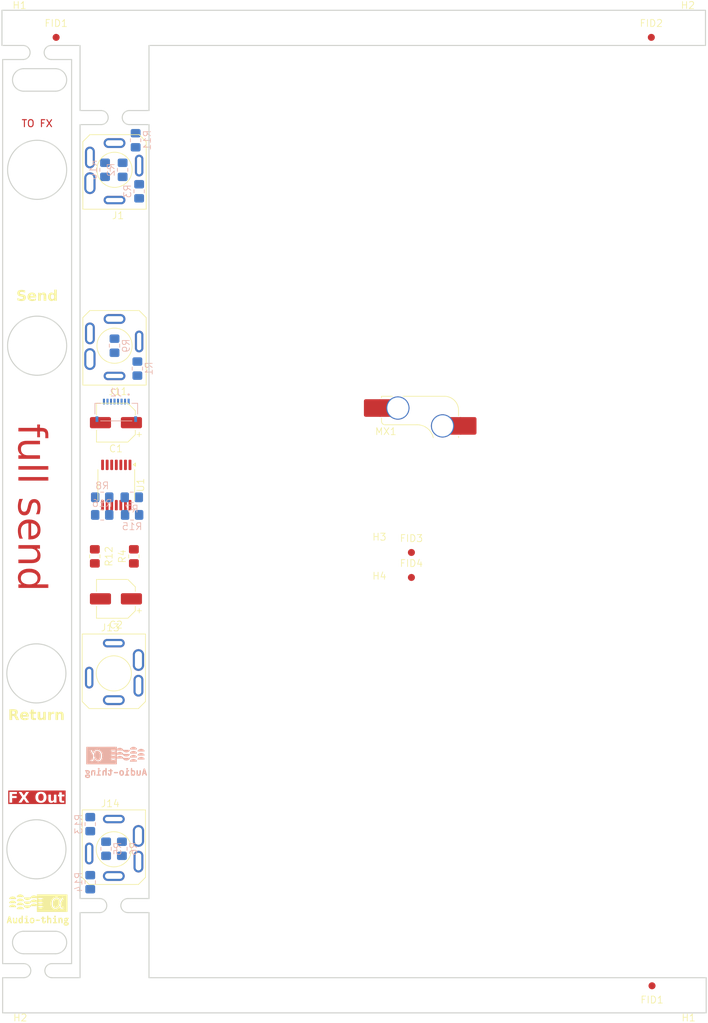
<source format=kicad_pcb>
(kicad_pcb (version 20240108) (generator "pcbnew") (generator_version "8.0")
  (layers (0 "F.Cu" signal) (31 "B.Cu" signal) (34 "B.Paste" user) (35 "F.Paste" user) (36 "B.SilkS" user "B.Silkscreen") (37 "F.SilkS" user "F.Silkscreen") (38 "B.Mask" user) (39 "F.Mask" user) (44 "Edge.Cuts" user))
  (net 0 "")
  (net 1 "GND")
  (net 2 "Net-(U1B-+)")
  (net 3 "Net-(C1-Pad1)")
  (net 4 "Net-(J1-PadT)")
  (net 5 "Net-(U1A--)")
  (net 6 "Net-(U1C-+)")
  (net 7 "Net-(U1A-+)")
  (net 8 "Net-(U1B--)")
  (net 9 "Net-(R5-Pad2)")
  (net 10 "Net-(C2-Pad1)")
  (net 11 "Net-(U1D--)")
  (net 12 "Net-(J1-PadR)")
  (net 15 "Net-(U1C--)")
  (net 16 "Net-(U1D-+)")
  (net 17 "Net-(R13-Pad2)")
  (net 18 "/Output/+12v")
  (net 19 "/Output/-12v")
  (net 20 "/Output/DRY R")
  (net 21 "/Output/DRY L")
  (net 22 "/Output/WET R")
  (net 23 "/Output/WET L")
  (footprint "Resistor_SMD:R_0805_2012Metric_Pad1.20x1.40mm_HandSolder" (layer "F.Cu") (at 154.7625 110.712501 90)
    (property "Reference" "R4" (at 0 -1.65 90) (layer "F.SilkS") (effects (font (thickness 0.1))))
    (property "Value" "470R")
    (pad "1" smd roundrect (at -1 0 90) (size 1.2 1.4) (layers "F.Cu" "F.Paste" "F.Mask") (roundrect_rratio 0.208333) (net 1 "GND"))
    (pad "2" smd roundrect (at 1 0 90) (size 1.2 1.4) (layers "F.Cu" "F.Paste" "F.Mask") (roundrect_rratio 0.208333) (net 15 "Net-(U1C--)"))
  )
  (footprint "mousebites:mouse-bite-2mm-slot" (layer "F.Cu") (at 151.912499 160.350001 180)
    (property "Reference" "mouse-bite-2mm-slot" (hide yes))
    (property "Value" "VAL**" (hide yes))
    (pad "" np_thru_hole circle (at -0.75 -0.75 180) (size 0.5 0.5) (drill 0.5) (layers "*.Cu" "*.Mask"))
    (pad "" np_thru_hole circle (at -0.75 0.75 180) (size 0.5 0.5) (drill 0.5) (layers "*.Cu" "*.Mask"))
    (pad "" np_thru_hole circle (at 0 -0.75 180) (size 0.5 0.5) (drill 0.5) (layers "*.Cu" "*.Mask"))
    (pad "" np_thru_hole circle (at 0 0.75 180) (size 0.5 0.5) (drill 0.5) (layers "*.Cu" "*.Mask"))
    (pad "" np_thru_hole circle (at 0.75 -0.75 180) (size 0.5 0.5) (drill 0.5) (layers "*.Cu" "*.Mask"))
    (pad "" np_thru_hole circle (at 0.75 0.75 180) (size 0.5 0.5) (drill 0.5) (layers "*.Cu" "*.Mask"))
  )
  (footprint "AT-Footprints:SJ3-3505" (layer "F.Cu") (at 151.9125 152.350001 -90)
    (property "Reference" "J14" (at -6.5 0.499999 0) (layer "F.SilkS") (effects (font (thickness 0.1))))
    (property "Value" "FROM FX")
    (pad "R" thru_hole oval (at 3.8 0) (size 3.1 1.4) (drill oval 2.5 0.8) (layers "*.Cu") (net 22 "/Output/WET R") (clearance 1))
    (pad "RN" thru_hole oval (at 1.75 -3.5 90) (size 3.1 1.4) (drill oval 2.5 0.8) (layers "*.Cu") (clearance 0.6))
    (pad "S" thru_hole oval (at 0.6 3.5 270) (size 3.1 1.2) (drill oval 2.5 0.6) (layers "*.Cu") (net 1 "GND") (clearance 1))
    (pad "T" thru_hole oval (at -4.3 0) (size 3.1 1.2) (drill oval 2.5 0.6) (layers "*.Cu") (net 23 "/Output/WET L") (clearance 1))
    (pad "TN" thru_hole oval (at -1.9 -3.5 90) (size 3.1 1.6) (drill oval 2.5 1) (layers "*.Cu") (clearance 1))
  )
  (footprint "Package_SO:TSSOP-14_4.4x5mm_P0.65mm" (layer "F.Cu") (at 152.2625 100.575001 -90)
    (property "Reference" "U1" (at 0 -3.449999 90) (layer "F.SilkS") (effects (font (thickness 0.1))))
    (property "Value" "TL074")
    (pad "1" smd roundrect (at -2.8625 -1.95 270) (size 1.475 0.4) (layers "F.Cu" "F.Paste" "F.Mask") (net 5 "Net-(U1A--)"))
    (pad "2" smd roundrect (at -2.8625 -1.3 270) (size 1.475 0.4) (layers "F.Cu" "F.Paste" "F.Mask") (net 5 "Net-(U1A--)"))
    (pad "3" smd roundrect (at -2.8625 -0.65 270) (size 1.475 0.4) (layers "F.Cu" "F.Paste" "F.Mask") (net 7 "Net-(U1A-+)"))
    (pad "4" smd roundrect (at -2.8625 0 270) (size 1.475 0.4) (layers "F.Cu" "F.Paste" "F.Mask"))
    (pad "5" smd roundrect (at -2.8625 0.65 270) (size 1.475 0.4) (layers "F.Cu" "F.Paste" "F.Mask") (net 2 "Net-(U1B-+)"))
    (pad "6" smd roundrect (at -2.8625 1.3 270) (size 1.475 0.4) (layers "F.Cu" "F.Paste" "F.Mask") (net 8 "Net-(U1B--)"))
    (pad "7" smd roundrect (at -2.8625 1.95 270) (size 1.475 0.4) (layers "F.Cu" "F.Paste" "F.Mask") (net 8 "Net-(U1B--)"))
    (pad "8" smd roundrect (at 2.8625 1.95 270) (size 1.475 0.4) (layers "F.Cu" "F.Paste" "F.Mask") (net 9 "Net-(R5-Pad2)"))
    (pad "9" smd roundrect (at 2.8625 1.3 270) (size 1.475 0.4) (layers "F.Cu" "F.Paste" "F.Mask") (net 15 "Net-(U1C--)"))
    (pad "10" smd roundrect (at 2.8625 0.65 270) (size 1.475 0.4) (layers "F.Cu" "F.Paste" "F.Mask") (net 6 "Net-(U1C-+)"))
    (pad "11" smd roundrect (at 2.8625 0 270) (size 1.475 0.4) (layers "F.Cu" "F.Paste" "F.Mask"))
    (pad "12" smd roundrect (at 2.8625 -0.65 270) (size 1.475 0.4) (layers "F.Cu" "F.Paste" "F.Mask") (net 16 "Net-(U1D-+)"))
    (pad "13" smd roundrect (at 2.8625 -1.3 270) (size 1.475 0.4) (layers "F.Cu" "F.Paste" "F.Mask") (net 11 "Net-(U1D--)"))
    (pad "14" smd roundrect (at 2.8625 -1.95 270) (size 1.475 0.4) (layers "F.Cu" "F.Paste" "F.Mask") (net 17 "Net-(R13-Pad2)"))
  )
  (footprint "Resistor_SMD:R_0805_2012Metric_Pad1.20x1.40mm_HandSolder" (layer "F.Cu") (at 149.2125 110.712501 90)
    (property "Reference" "R12" (at 0 2 90) (layer "F.SilkS") (effects (font (thickness 0.1))))
    (property "Value" "470R")
    (pad "1" smd roundrect (at -1 0 90) (size 1.2 1.4) (layers "F.Cu" "F.Paste" "F.Mask") (roundrect_rratio 0.208333) (net 1 "GND"))
    (pad "2" smd roundrect (at 1 0 90) (size 1.2 1.4) (layers "F.Cu" "F.Paste" "F.Mask") (roundrect_rratio 0.208333) (net 11 "Net-(U1D--)"))
  )
  (footprint "mousebites:mouse-bite-2mm-slot" (layer "F.Cu") (at 152.1125 48.350001)
    (property "Reference" "mouse-bite-2mm-slot" (hide yes))
    (property "Value" "VAL**" (hide yes))
    (pad "" np_thru_hole circle (at -0.75 -0.75) (size 0.5 0.5) (drill 0.5) (layers "*.Cu" "*.Mask"))
    (pad "" np_thru_hole circle (at -0.75 0.75) (size 0.5 0.5) (drill 0.5) (layers "*.Cu" "*.Mask"))
    (pad "" np_thru_hole circle (at 0 -0.75) (size 0.5 0.5) (drill 0.5) (layers "*.Cu" "*.Mask"))
    (pad "" np_thru_hole circle (at 0 0.75) (size 0.5 0.5) (drill 0.5) (layers "*.Cu" "*.Mask"))
    (pad "" np_thru_hole circle (at 0.75 -0.75) (size 0.5 0.5) (drill 0.5) (layers "*.Cu" "*.Mask"))
    (pad "" np_thru_hole circle (at 0.75 0.75) (size 0.5 0.5) (drill 0.5) (layers "*.Cu" "*.Mask"))
  )
  (footprint "Fiducial:Fiducial_1mm_Mask2mm" (layer "F.Cu") (at 143.7125 36.950001)
    (property "Reference" "FID1" (at 0 -2 0) (layer "F.SilkS") (effects (font (thickness 0.1))))
    (property "Value" "Fiducial")
    (pad "" smd circle (at 0 0) (size 1 1) (layers "F.Cu" "F.Mask") (clearance 0.5))
  )
  (footprint "MountingHole:MountingHole_2mm" (layer "F.Cu") (at 138.6125 173.1 180)
    (property "Reference" "H2" (at 0 -3.2 0) (layer "F.SilkS") (effects (font (thickness 0.1))))
    (property "Value" "Tooling")
    (pad "" np_thru_hole circle (at 0 0 180) (size 2 2) (drill 2) (layers "*.Cu" "*.Mask"))
  )
  (footprint "MountingHole:MountingHole_2mm" (layer "F.Cu") (at 233.5125 35.600001)
    (property "Reference" "H2" (at 0 -3.2 0) (layer "F.SilkS") (effects (font (thickness 0.1))))
    (property "Value" "Tooling")
    (pad "" np_thru_hole circle (at 0 0) (size 2 2) (drill 2) (layers "*.Cu" "*.Mask"))
  )
  (footprint "mousebites:mouse-bite-2mm-slot" (layer "F.Cu") (at 141.1125 169.6 180)
    (property "Reference" "mouse-bite-2mm-slot" (hide yes))
    (property "Value" "VAL**" (hide yes))
    (pad "" np_thru_hole circle (at -0.75 -0.75 180) (size 0.5 0.5) (drill 0.5) (layers "*.Cu" "*.Mask"))
    (pad "" np_thru_hole circle (at -0.75 0.75 180) (size 0.5 0.5) (drill 0.5) (layers "*.Cu" "*.Mask"))
    (pad "" np_thru_hole circle (at 0 -0.75 180) (size 0.5 0.5) (drill 0.5) (layers "*.Cu" "*.Mask"))
    (pad "" np_thru_hole circle (at 0 0.75 180) (size 0.5 0.5) (drill 0.5) (layers "*.Cu" "*.Mask"))
    (pad "" np_thru_hole circle (at 0.75 -0.75 180) (size 0.5 0.5) (drill 0.5) (layers "*.Cu" "*.Mask"))
    (pad "" np_thru_hole circle (at 0.75 0.75 180) (size 0.5 0.5) (drill 0.5) (layers "*.Cu" "*.Mask"))
  )
  (footprint "MountingHole:MountingHole_2mm" (layer "F.Cu") (at 233.6125 173.1 180)
    (property "Reference" "H1" (at 0 -3.2 0) (layer "F.SilkS") (effects (font (thickness 0.1))))
    (property "Value" "Tooling")
    (pad "" np_thru_hole circle (at 0 0 180) (size 2 2) (drill 2) (layers "*.Cu" "*.Mask"))
  )
  (footprint "Capacitor_SMD:CP_Elec_5x5.4" (layer "F.Cu") (at 152.2125 91.712501 180)
    (property "Reference" "C1" (at 0 -3.7 0) (layer "F.SilkS") (effects (font (thickness 0.1))))
    (property "Value" "10uF")
    (pad "1" smd roundrect (at -2.2 0 180) (size 3 1.6) (layers "F.Cu" "F.Paste" "F.Mask") (roundrect_rratio 0.15625) (net 3 "Net-(C1-Pad1)"))
    (pad "2" smd roundrect (at 2.2 0 180) (size 3 1.6) (layers "F.Cu" "F.Paste" "F.Mask") (roundrect_rratio 0.15625) (net 6 "Net-(U1C-+)"))
  )
  (footprint "AT-Footprints:SJ3-3505" (layer "F.Cu") (at 151.9125 127.350001 -90)
    (property "Reference" "J13" (at -6.5 0.499999 0) (layer "F.SilkS") (effects (font (thickness 0.1))))
    (property "Value" "FX RETURN")
    (pad "R" thru_hole oval (at 3.8 0) (size 3.1 1.4) (drill oval 2.5 0.8) (layers "*.Cu") (net 10 "Net-(C2-Pad1)") (clearance 1))
    (pad "RN" thru_hole oval (at 1.75 -3.5 90) (size 3.1 1.4) (drill oval 2.5 0.8) (layers "*.Cu") (clearance 0.6))
    (pad "S" thru_hole oval (at 0.6 3.5 270) (size 3.1 1.2) (drill oval 2.5 0.6) (layers "*.Cu") (net 1 "GND") (clearance 1))
    (pad "T" thru_hole oval (at -4.3 0) (size 3.1 1.2) (drill oval 2.5 0.6) (layers "*.Cu") (net 3 "Net-(C1-Pad1)") (clearance 1))
    (pad "TN" thru_hole oval (at -1.9 -3.5 90) (size 3.1 1.6) (drill oval 2.5 1) (layers "*.Cu") (clearance 1))
  )
  (footprint "Fiducial:Fiducial_1mm_Mask2mm" (layer "F.Cu") (at 228.4125 171.75 180)
    (property "Reference" "FID1" (at 0 -2.000001 0) (layer "F.SilkS") (effects (font (thickness 0.1))))
    (property "Value" "Fiducial")
    (pad "" smd circle (at 0 0 180) (size 1 1) (layers "F.Cu" "F.Mask") (clearance 0.5))
  )
  (footprint "mousebites:mouse-bite-2mm-slot" (layer "F.Cu") (at 141.0125 39.100001)
    (property "Reference" "mouse-bite-2mm-slot" (hide yes))
    (property "Value" "VAL**" (hide yes))
    (pad "" np_thru_hole circle (at -0.75 -0.75) (size 0.5 0.5) (drill 0.5) (layers "*.Cu" "*.Mask"))
    (pad "" np_thru_hole circle (at -0.75 0.75) (size 0.5 0.5) (drill 0.5) (layers "*.Cu" "*.Mask"))
    (pad "" np_thru_hole circle (at 0 -0.75) (size 0.5 0.5) (drill 0.5) (layers "*.Cu" "*.Mask"))
    (pad "" np_thru_hole circle (at 0 0.75) (size 0.5 0.5) (drill 0.5) (layers "*.Cu" "*.Mask"))
    (pad "" np_thru_hole circle (at 0.75 -0.75) (size 0.5 0.5) (drill 0.5) (layers "*.Cu" "*.Mask"))
    (pad "" np_thru_hole circle (at 0.75 0.75) (size 0.5 0.5) (drill 0.5) (layers "*.Cu" "*.Mask"))
  )
  (footprint "PCM_marbastlib-mx:SW_MX_HS_CPG151101S11_1u" (layer "F.Cu") (at 194.827324 94.712501)
    (property "Reference" "MX1" (at -4.25 -1.75 0) (layer "F.SilkS") (effects (font (thickness 0.1))))
    (property "Value" "MX_SW_HS")
    (pad "" np_thru_hole circle (at -5.08 0) (size 1.75 1.75) (drill 1.75) (layers "*.Cu" "*.Mask"))
    (pad "" np_thru_hole circle (at 0 0) (size 3.9878 3.9878) (drill 3.9878) (layers "*.Cu" "*.Mask"))
    (pad "" np_thru_hole circle (at 5.08 0) (size 1.75 1.75) (drill 1.75) (layers "*.Cu" "*.Mask"))
    (pad "1" thru_hole circle (at 3.81 -2.54) (size 3.3 3.3) (drill 3) (layers "*.Cu" "*.Mask"))
    (pad "1" smd rect (at 5.635 -2.54 180) (size 1.65 2.5) (layers "F.Cu"))
    (pad "1" smd roundrect (at 7.36 -2.54) (size 2.55 2.5) (layers "F.Cu" "F.Paste" "F.Mask") (roundrect_rratio 0.1))
    (pad "2" smd roundrect (at -6.09 -5.08) (size 2.55 2.5) (layers "F.Cu" "F.Paste" "F.Mask") (roundrect_rratio 0.1))
    (pad "2" smd rect (at -4.34 -5.08) (size 1.65 2.5) (layers "F.Cu"))
    (pad "2" thru_hole circle (at -2.54 -5.08) (size 3.3 3.3) (drill 3) (layers "*.Cu" "*.Mask"))
  )
  (footprint "MountingHole:MountingHole_2mm" (layer "F.Cu") (at 189.6625 116.712501)
    (property "Reference" "H4" (at 0 -3.2 0) (layer "F.SilkS") (effects (font (thickness 0.1))))
    (property "Value" "Tooling")
    (pad "" np_thru_hole circle (at 0 0) (size 2 2) (drill 2) (layers "*.Cu" "*.Mask"))
  )
  (footprint "AT-Footprints:SJ3-3505" (layer "F.Cu") (at 152.0125 80.775002 90)
    (property "Reference" "J11" (at -6.5 0.499999 0) (layer "F.SilkS") (effects (font (thickness 0.1))))
    (property "Value" "FX SEND")
    (pad "R" thru_hole oval (at 3.8 0 180) (size 3.1 1.4) (drill oval 2.5 0.8) (layers "*.Cu") (net 20 "/Output/DRY R") (clearance 1))
    (pad "RN" thru_hole oval (at 1.75 -3.5 270) (size 3.1 1.4) (drill oval 2.5 0.8) (layers "*.Cu") (clearance 0.6))
    (pad "S" thru_hole oval (at 0.6 3.5 90) (size 3.1 1.2) (drill oval 2.5 0.6) (layers "*.Cu") (net 1 "GND") (clearance 1))
    (pad "T" thru_hole oval (at -4.3 0 180) (size 3.1 1.2) (drill oval 2.5 0.6) (layers "*.Cu") (net 21 "/Output/DRY L") (clearance 1))
    (pad "TN" thru_hole oval (at -1.9 -3.5 270) (size 3.1 1.6) (drill oval 2.5 1) (layers "*.Cu") (clearance 1))
  )
  (footprint "Fiducial:Fiducial_1mm_Mask2mm" (layer "F.Cu") (at 228.3125 36.950001)
    (property "Reference" "FID2" (at 0 -2 0) (layer "F.SilkS") (effects (font (thickness 0.1))))
    (property "Value" "Fiducial")
    (pad "" smd circle (at 0 0) (size 1 1) (layers "F.Cu" "F.Mask") (clearance 0.5))
  )
  (footprint "MountingHole:MountingHole_2mm" (layer "F.Cu") (at 189.6625 111.162501)
    (property "Reference" "H3" (at 0 -3.2 0) (layer "F.SilkS") (effects (font (thickness 0.1))))
    (property "Value" "Tooling")
    (pad "" np_thru_hole circle (at 0 0) (size 2 2) (drill 2) (layers "*.Cu" "*.Mask"))
  )
  (footprint "MountingHole:MountingHole_2mm" (layer "F.Cu") (at 138.5125 35.600001)
    (property "Reference" "H1" (at 0 -3.2 0) (layer "F.SilkS") (effects (font (thickness 0.1))))
    (property "Value" "Tooling")
    (pad "" np_thru_hole circle (at 0 0) (size 2 2) (drill 2) (layers "*.Cu" "*.Mask"))
  )
  (footprint "Fiducial:Fiducial_1mm_Mask2mm" (layer "F.Cu") (at 194.2125 113.712501)
    (property "Reference" "FID4" (at 0 -2 0) (layer "F.SilkS") (effects (font (thickness 0.1))))
    (property "Value" "Fiducial")
    (pad "" smd circle (at 0 0) (size 1 1) (layers "F.Cu" "F.Mask") (clearance 0.5))
  )
  (footprint "Fiducial:Fiducial_1mm_Mask2mm" (layer "F.Cu") (at 194.2125 110.162501)
    (property "Reference" "FID3" (at 0 -2 0) (layer "F.SilkS") (effects (font (thickness 0.1))))
    (property "Value" "Fiducial")
    (pad "" smd circle (at 0 0) (size 1 1) (layers "F.Cu" "F.Mask") (clearance 0.5))
  )
  (footprint "AT-Footprints:SJ3-3505" (layer "F.Cu") (at 152.0125 55.775002 90)
    (property "Reference" "J1" (at -6.5 0.5 0) (layer "F.SilkS") (effects (font (thickness 0.1))))
    (property "Value" "TO FX")
    (pad "R" thru_hole oval (at 3.8 0 180) (size 3.1 1.4) (drill oval 2.5 0.8) (layers "*.Cu") (net 12 "Net-(J1-PadR)") (clearance 1))
    (pad "RN" thru_hole oval (at 1.75 -3.5 270) (size 3.1 1.4) (drill oval 2.5 0.8) (layers "*.Cu") (clearance 0.6))
    (pad "S" thru_hole oval (at 0.6 3.5 90) (size 3.1 1.2) (drill oval 2.5 0.6) (layers "*.Cu") (net 1 "GND") (clearance 1))
    (pad "T" thru_hole oval (at -4.3 0 180) (size 3.1 1.2) (drill oval 2.5 0.6) (layers "*.Cu") (net 4 "Net-(J1-PadT)") (clearance 1))
    (pad "TN" thru_hole oval (at -1.9 -3.5 270) (size 3.1 1.6) (drill oval 2.5 1) (layers "*.Cu") (clearance 1))
  )
  (footprint "Capacitor_SMD:CP_Elec_5x5.4" (layer "F.Cu") (at 152.2125 116.755394 180)
    (property "Reference" "C2" (at 0 -3.7 0) (layer "F.SilkS") (effects (font (thickness 0.1))))
    (property "Value" "10uF")
    (pad "1" smd roundrect (at -2.2 0 180) (size 3 1.6) (layers "F.Cu" "F.Paste" "F.Mask") (roundrect_rratio 0.15625) (net 10 "Net-(C2-Pad1)"))
    (pad "2" smd roundrect (at 2.2 0 180) (size 3 1.6) (layers "F.Cu" "F.Paste" "F.Mask") (roundrect_rratio 0.15625) (net 16 "Net-(U1D-+)"))
  )
  (footprint "AT-Footprints:at-logo" (layer "F.Cu") (at 141.2625 158.425001)
    (property "Reference" "G***" (hide yes))
    (property "Value" "LOGO" (hide yes))
  )
  (footprint "Resistor_SMD:R_0805_2012Metric_Pad1.20x1.40mm_HandSolder" (layer "B.Cu") (at 150.2625 102.325001 180)
    (property "Reference" "R8" (at 0 1.65 0) (layer "B.SilkS") (effects (font (thickness 0.1)) (justify mirror)))
    (property "Value" "150k")
    (pad "1" smd roundrect (at -1 0 180) (size 1.2 1.4) (layers "B.Cu" "B.Paste" "B.Mask") (roundrect_rratio 0.208333) (net 1 "GND"))
    (pad "2" smd roundrect (at 1 0 180) (size 1.2 1.4) (layers "B.Cu" "B.Paste" "B.Mask") (roundrect_rratio 0.208333) (net 6 "Net-(U1C-+)"))
  )
  (footprint "Resistor_SMD:R_0805_2012Metric_Pad1.20x1.40mm_HandSolder" (layer "B.Cu") (at 150.6625 55.775002 -90)
    (property "Reference" "R10" (at 0 1.65 90) (layer "B.SilkS") (effects (font (thickness 0.1)) (justify mirror)))
    (property "Value" "20k")
    (pad "1" smd roundrect (at -1 0 270) (size 1.2 1.4) (layers "B.Cu" "B.Paste" "B.Mask") (roundrect_rratio 0.208333) (net 12 "Net-(J1-PadR)"))
    (pad "2" smd roundrect (at 1 0 270) (size 1.2 1.4) (layers "B.Cu" "B.Paste" "B.Mask") (roundrect_rratio 0.208333) (net 2 "Net-(U1B-+)"))
  )
  (footprint "Resistor_SMD:R_0805_2012Metric_Pad1.20x1.40mm_HandSolder" (layer "B.Cu") (at 153.1625 55.775002 -90)
    (property "Reference" "R2" (at 0 1.65 90) (layer "B.SilkS") (effects (font (thickness 0.1)) (justify mirror)))
    (property "Value" "20k")
    (pad "1" smd roundrect (at -1 0 270) (size 1.2 1.4) (layers "B.Cu" "B.Paste" "B.Mask") (roundrect_rratio 0.208333) (net 4 "Net-(J1-PadT)"))
    (pad "2" smd roundrect (at 1 0 270) (size 1.2 1.4) (layers "B.Cu" "B.Paste" "B.Mask") (roundrect_rratio 0.208333) (net 7 "Net-(U1A-+)"))
  )
  (footprint "AT-Footprints:AMPHENOL_F33B-1A7Q1-E8C08" (layer "B.Cu") (at 152.2625 90.462501 180)
    (property "Reference" "J2" (at 0.05 3 0) (layer "B.SilkS") (effects (font (thickness 0.1)) (justify mirror)))
    (property "Value" "FFFPWR")
    (pad "1" smd rect (at -1.75 1.75 180) (size 0.3 0.8) (layers "B.Cu" "B.Paste" "B.Mask") (net 1 "GND"))
    (pad "2" smd rect (at -1.25 1.75 180) (size 0.3 0.8) (layers "B.Cu" "B.Paste" "B.Mask") (net 18 "/Output/+12v"))
    (pad "3" smd rect (at -0.75 1.75 180) (size 0.3 0.8) (layers "B.Cu" "B.Paste" "B.Mask") (net 18 "/Output/+12v"))
    (pad "4" smd rect (at -0.25 1.75 180) (size 0.3 0.8) (layers "B.Cu" "B.Paste" "B.Mask") (net 1 "GND"))
    (pad "5" smd rect (at 0.25 1.75 180) (size 0.3 0.8) (layers "B.Cu" "B.Paste" "B.Mask") (net 1 "GND"))
    (pad "6" smd rect (at 0.75 1.75 180) (size 0.3 0.8) (layers "B.Cu" "B.Paste" "B.Mask") (net 19 "/Output/-12v"))
    (pad "7" smd rect (at 1.25 1.75 180) (size 0.3 0.8) (layers "B.Cu" "B.Paste" "B.Mask") (net 19 "/Output/-12v"))
    (pad "8" smd rect (at 1.75 1.75 180) (size 0.3 0.8) (layers "B.Cu" "B.Paste" "B.Mask") (net 1 "GND"))
    (pad "SH1" smd rect (at -2.75 -0.75 180) (size 0.4 0.8) (layers "B.Cu" "B.Paste" "B.Mask"))
    (pad "SH2" smd rect (at 2.75 -0.75 180) (size 0.4 0.8) (layers "B.Cu" "B.Paste" "B.Mask"))
  )
  (footprint "Resistor_SMD:R_0805_2012Metric_Pad1.20x1.40mm_HandSolder" (layer "B.Cu") (at 154.5125 104.825001)
    (property "Reference" "R15" (at 0 1.65 0) (layer "B.SilkS") (effects (font (thickness 0.1)) (justify mirror)))
    (property "Value" "1M")
    (pad "1" smd roundrect (at -1 0) (size 1.2 1.4) (layers "B.Cu" "B.Paste" "B.Mask") (roundrect_rratio 0.208333) (net 1 "GND"))
    (pad "2" smd roundrect (at 1 0) (size 1.2 1.4) (layers "B.Cu" "B.Paste" "B.Mask") (roundrect_rratio 0.208333) (net 10 "Net-(C2-Pad1)"))
  )
  (footprint "Resistor_SMD:R_0805_2012Metric_Pad1.20x1.40mm_HandSolder" (layer "B.Cu") (at 148.5625 148.775002 -90)
    (property "Reference" "R13" (at 0 1.65 90) (layer "B.SilkS") (effects (font (thickness 0.1)) (justify mirror)))
    (property "Value" "10k")
    (pad "1" smd roundrect (at -1 0 270) (size 1.2 1.4) (layers "B.Cu" "B.Paste" "B.Mask") (roundrect_rratio 0.208333) (net 11 "Net-(U1D--)"))
    (pad "2" smd roundrect (at 1 0 270) (size 1.2 1.4) (layers "B.Cu" "B.Paste" "B.Mask") (roundrect_rratio 0.208333) (net 17 "Net-(R13-Pad2)"))
  )
  (footprint "Resistor_SMD:R_0805_2012Metric_Pad1.20x1.40mm_HandSolder" (layer "B.Cu") (at 150.8125 152.275002 90)
    (property "Reference" "R5" (at 0 1.65 90) (layer "B.SilkS") (effects (font (thickness 0.1)) (justify mirror)))
    (property "Value" "10k")
    (pad "1" smd roundrect (at -1 0 90) (size 1.2 1.4) (layers "B.Cu" "B.Paste" "B.Mask") (roundrect_rratio 0.208333) (net 15 "Net-(U1C--)"))
    (pad "2" smd roundrect (at 1 0 90) (size 1.2 1.4) (layers "B.Cu" "B.Paste" "B.Mask") (roundrect_rratio 0.208333) (net 9 "Net-(R5-Pad2)"))
  )
  (footprint "Resistor_SMD:R_0805_2012Metric_Pad1.20x1.40mm_HandSolder" (layer "B.Cu") (at 148.5625 157.025002 -90)
    (property "Reference" "R14" (at 0 1.65 90) (layer "B.SilkS") (effects (font (thickness 0.1)) (justify mirror)))
    (property "Value" "1k")
    (pad "1" smd roundrect (at -1 0 270) (size 1.2 1.4) (layers "B.Cu" "B.Paste" "B.Mask") (roundrect_rratio 0.208333) (net 17 "Net-(R13-Pad2)"))
    (pad "2" smd roundrect (at 1 0 270) (size 1.2 1.4) (layers "B.Cu" "B.Paste" "B.Mask") (roundrect_rratio 0.208333) (net 22 "/Output/WET R"))
  )
  (footprint "Resistor_SMD:R_0805_2012Metric_Pad1.20x1.40mm_HandSolder" (layer "B.Cu") (at 150.2625 104.825001 180)
    (property "Reference" "R16" (at 0 1.65 0) (layer "B.SilkS") (effects (font (thickness 0.1)) (justify mirror)))
    (property "Value" "150k")
    (pad "1" smd roundrect (at -1 0 180) (size 1.2 1.4) (layers "B.Cu" "B.Paste" "B.Mask") (roundrect_rratio 0.208333) (net 1 "GND"))
    (pad "2" smd roundrect (at 1 0 180) (size 1.2 1.4) (layers "B.Cu" "B.Paste" "B.Mask") (roundrect_rratio 0.208333) (net 16 "Net-(U1D-+)"))
  )
  (footprint "Resistor_SMD:R_0805_2012Metric_Pad1.20x1.40mm_HandSolder" (layer "B.Cu") (at 155.0125 51.575002 90)
    (property "Reference" "R11" (at 0 1.65 90) (layer "B.SilkS") (effects (font (thickness 0.1)) (justify mirror)))
    (property "Value" "1k")
    (pad "1" smd roundrect (at -1 0 90) (size 1.2 1.4) (layers "B.Cu" "B.Paste" "B.Mask") (roundrect_rratio 0.208333) (net 1 "GND"))
    (pad "2" smd roundrect (at 1 0 90) (size 1.2 1.4) (layers "B.Cu" "B.Paste" "B.Mask") (roundrect_rratio 0.208333) (net 2 "Net-(U1B-+)"))
  )
  (footprint "Resistor_SMD:R_0805_2012Metric_Pad1.20x1.40mm_HandSolder" (layer "B.Cu") (at 155.2625 84.025002 90)
    (property "Reference" "R1" (at 0 1.65 90) (layer "B.SilkS") (effects (font (thickness 0.1)) (justify mirror)))
    (property "Value" "1k")
    (pad "1" smd roundrect (at -1 0 90) (size 1.2 1.4) (layers "B.Cu" "B.Paste" "B.Mask") (roundrect_rratio 0.208333) (net 5 "Net-(U1A--)"))
    (pad "2" smd roundrect (at 1 0 90) (size 1.2 1.4) (layers "B.Cu" "B.Paste" "B.Mask") (roundrect_rratio 0.208333) (net 21 "/Output/DRY L"))
  )
  (footprint "AT-Footprints:at-logo" (layer "B.Cu") (at 152.056764 137.442942 180)
    (property "Reference" "G***" (hide yes))
    (property "Value" "LOGO" (hide yes))
  )
  (footprint "Resistor_SMD:R_0805_2012Metric_Pad1.20x1.40mm_HandSolder" (layer "B.Cu") (at 153.0625 152.275002 90)
    (property "Reference" "R6" (at 0 1.65 90) (layer "B.SilkS") (effects (font (thickness 0.1)) (justify mirror)))
    (property "Value" "1k")
    (pad "1" smd roundrect (at -1 0 90) (size 1.2 1.4) (layers "B.Cu" "B.Paste" "B.Mask") (roundrect_rratio 0.208333) (net 9 "Net-(R5-Pad2)"))
    (pad "2" smd roundrect (at 1 0 90) (size 1.2 1.4) (layers "B.Cu" "B.Paste" "B.Mask") (roundrect_rratio 0.208333) (net 23 "/Output/WET L"))
  )
  (footprint "Resistor_SMD:R_0805_2012Metric_Pad1.20x1.40mm_HandSolder" (layer "B.Cu") (at 155.5125 58.825002 -90)
    (property "Reference" "R3" (at 0 1.65 90) (layer "B.SilkS") (effects (font (thickness 0.1)) (justify mirror)))
    (property "Value" "1k")
    (pad "1" smd roundrect (at -1 0 270) (size 1.2 1.4) (layers "B.Cu" "B.Paste" "B.Mask") (roundrect_rratio 0.208333) (net 1 "GND"))
    (pad "2" smd roundrect (at 1 0 270) (size 1.2 1.4) (layers "B.Cu" "B.Paste" "B.Mask") (roundrect_rratio 0.208333) (net 7 "Net-(U1A-+)"))
  )
  (footprint "Resistor_SMD:R_0805_2012Metric_Pad1.20x1.40mm_HandSolder" (layer "B.Cu") (at 152.0125 80.775002 90)
    (property "Reference" "R9" (at 0 1.65 90) (layer "B.SilkS") (effects (font (thickness 0.1)) (justify mirror)))
    (property "Value" "1k")
    (pad "1" smd roundrect (at -1 0 90) (size 1.2 1.4) (layers "B.Cu" "B.Paste" "B.Mask") (roundrect_rratio 0.208333) (net 8 "Net-(U1B--)"))
    (pad "2" smd roundrect (at 1 0 90) (size 1.2 1.4) (layers "B.Cu" "B.Paste" "B.Mask") (roundrect_rratio 0.208333) (net 20 "/Output/DRY R"))
  )
  (footprint "Resistor_SMD:R_0805_2012Metric_Pad1.20x1.40mm_HandSolder" (layer "B.Cu") (at 154.4625 102.325001)
    (property "Reference" "R7" (at 0 1.65 0) (layer "B.SilkS") (effects (font (thickness 0.1)) (justify mirror)))
    (property "Value" "1M")
    (pad "1" smd roundrect (at -1 0) (size 1.2 1.4) (layers "B.Cu" "B.Paste" "B.Mask") (roundrect_rratio 0.208333) (net 1 "GND"))
    (pad "2" smd roundrect (at 1 0) (size 1.2 1.4) (layers "B.Cu" "B.Paste" "B.Mask") (roundrect_rratio 0.208333) (net 3 "Net-(C1-Pad1)"))
  )
  (gr_line (start 150.1125 47.350001) (end 147.1125 47.350001) (stroke (width 0.15)) (layer "Edge.Cuts"))
  (gr_arc (start 139.0125 38.100001) (mid 140.0125 39.100001) (end 139.0125 40.100001) (stroke (width 0.15)) (layer "Edge.Cuts"))
  (gr_line (start 149.912499 161.350001) (end 147.1125 161.350001) (stroke (width 0.15)) (layer "Edge.Cuts"))
  (gr_line (start 136.0125 33.100001) (end 236.0125 33.100001) (stroke (width 0.15)) (layer "Edge.Cuts"))
  (gr_arc (start 139.1125 168.6) (mid 140.1125 169.6) (end 139.1125 170.6) (stroke (width 0.15)) (layer "Edge.Cuts"))
  (gr_line (start 136.1125 168.6) (end 136.1125 40.1) (stroke (width 0.15)) (layer "Edge.Cuts"))
  (gr_arc (start 139.1125 167.2) (mid 137.5125 165.6) (end 139.1125 164) (stroke (width 0.15)) (layer "Edge.Cuts"))
  (gr_arc (start 143.1125 170.6) (mid 142.1125 169.6) (end 143.1125 168.6) (stroke (width 0.15)) (layer "Edge.Cuts"))
  (gr_arc (start 154.1125 49.350001) (mid 153.1125 48.350001) (end 154.1125 47.350001) (stroke (width 0.15)) (layer "Edge.Cuts"))
  (gr_line (start 136.1125 40.1) (end 139.0125 40.100001) (stroke (width 0.15)) (layer "Edge.Cuts"))
  (gr_arc (start 143.6125 164) (mid 145.2125 165.6) (end 143.6125 167.2) (stroke (width 0.15)) (layer "Edge.Cuts"))
  (gr_line (start 136.1125 175.6) (end 236.1125 175.6) (stroke (width 0.15)) (layer "Edge.Cuts"))
  (gr_line (start 147.1125 49.350001) (end 150.1125 49.350001) (stroke (width 0.15)) (layer "Edge.Cuts"))
  (gr_arc (start 139.1125 44.6) (mid 137.5125 43) (end 139.1125 41.4) (stroke (width 0.15)) (layer "Edge.Cuts"))
  (gr_line (start 136.1125 168.6) (end 139.1125 168.6) (stroke (width 0.15)) (layer "Edge.Cuts"))
  (gr_line (start 136.0125 38.100001) (end 139.0125 38.100001) (stroke (width 0.15)) (layer "Edge.Cuts"))
  (gr_line (start 139.1125 170.6) (end 136.1125 170.6) (stroke (width 0.15)) (layer "Edge.Cuts"))
  (gr_line (start 147.1125 38.100001) (end 147.1125 47.350001) (stroke (width 0.15)) (layer "Edge.Cuts"))
  (gr_line (start 147.1125 159.350001) (end 147.1125 49.350001) (stroke (width 0.15)) (layer "Edge.Cuts"))
  (gr_line (start 154.1125 47.350001) (end 156.9125 47.350001) (stroke (width 0.15)) (layer "Edge.Cuts"))
  (gr_line (start 143.0125 38.100001) (end 147.1125 38.100001) (stroke (width 0.15)) (layer "Edge.Cuts"))
  (gr_line (start 236.0125 38.100001) (end 156.9125 38.100001) (stroke (width 0.15)) (layer "Edge.Cuts"))
  (gr_line (start 147.1125 161.350001) (end 147.1125 170.600001) (stroke (width 0.15)) (layer "Edge.Cuts"))
  (gr_arc (start 143.0125 40.100001) (mid 142.0125 39.100001) (end 143.0125 38.100001) (stroke (width 0.15)) (layer "Edge.Cuts"))
  (gr_line (start 156.912499 159.350001) (end 153.9125 159.350001) (stroke (width 0.15)) (layer "Edge.Cuts"))
  (gr_line (start 236.1125 170.6) (end 156.912499 170.600001) (stroke (width 0.15)) (layer "Edge.Cuts"))
  (gr_line (start 139.1125 164) (end 143.6125 164) (stroke (width 0.15)) (layer "Edge.Cuts"))
  (gr_line (start 149.912498 159.350001) (end 147.1125 159.350001) (stroke (width 0.15)) (layer "Edge.Cuts"))
  (gr_line (start 139.1125 167.2) (end 143.6125 167.2) (stroke (width 0.15)) (layer "Edge.Cuts"))
  (gr_line (start 236.1125 175.6) (end 236.1125 170.6) (stroke (width 0.15)) (layer "Edge.Cuts"))
  (gr_line (start 136.0125 33.100001) (end 136.0125 38.100001) (stroke (width 0.15)) (layer "Edge.Cuts"))
  (gr_line (start 139.1125 41.4) (end 143.6125 41.4) (stroke (width 0.15)) (layer "Edge.Cuts"))
  (gr_circle (center 140.9125 152.350001) (end 136.7125 152.350001) (stroke (width 0.15)) (fill none) (layer "Edge.Cuts"))
  (gr_circle (center 141.0125 55.775002) (end 136.8125 55.775002) (stroke (width 0.15)) (fill none) (layer "Edge.Cuts"))
  (gr_line (start 145.9125 168.6) (end 143.1125 168.6) (stroke (width 0.15)) (layer "Edge.Cuts"))
  (gr_line (start 145.9125 40.1) (end 143.0125 40.100001) (stroke (width 0.15)) (layer "Edge.Cuts"))
  (gr_line (start 139.1125 44.6) (end 143.6125 44.6) (stroke (width 0.15)) (layer "Edge.Cuts"))
  (gr_line (start 236.0125 33.100001) (end 236.0125 38.100001) (stroke (width 0.15)) (layer "Edge.Cuts"))
  (gr_line (start 153.912499 161.350001) (end 156.912499 161.350002) (stroke (width 0.15)) (layer "Edge.Cuts"))
  (gr_line (start 156.9125 47.350001) (end 156.9125 38.100001) (stroke (width 0.15)) (layer "Edge.Cuts"))
  (gr_circle (center 141.0125 80.775002) (end 136.8125 80.775002) (stroke (width 0.15)) (fill none) (layer "Edge.Cuts"))
  (gr_line (start 145.9125 40.1) (end 145.9125 168.6) (stroke (width 0.15)) (layer "Edge.Cuts"))
  (gr_arc (start 150.1125 47.350001) (mid 151.1125 48.350001) (end 150.1125 49.350001) (stroke (width 0.15)) (layer "Edge.Cuts"))
  (gr_line (start 156.9125 49.350001) (end 156.9125 159.350001) (stroke (width 0.15)) (layer "Edge.Cuts"))
  (gr_circle (center 140.906057 127.350001) (end 136.706057 127.350001) (stroke (width 0.15)) (fill none) (layer "Edge.Cuts"))
  (gr_line (start 156.912499 170.600001) (end 156.912499 161.350002) (stroke (width 0.15)) (layer "Edge.Cuts"))
  (gr_line (start 136.1125 170.6) (end 136.1125 175.6) (stroke (width 0.15)) (layer "Edge.Cuts"))
  (gr_line (start 154.1125 49.350001) (end 156.9125 49.350001) (stroke (width 0.15)) (layer "Edge.Cuts"))
  (gr_arc (start 143.6125 41.4) (mid 145.2125 43) (end 143.6125 44.6) (stroke (width 0.15)) (layer "Edge.Cuts"))
  (gr_line (start 143.1125 170.6) (end 147.1125 170.600001) (stroke (width 0.15)) (layer "Edge.Cuts"))
  (gr_arc (start 153.9125 161.350001) (mid 152.9125 160.350001) (end 153.9125 159.350001) (stroke (width 0.15)) (layer "Edge.Cuts"))
  (gr_arc (start 149.9125 159.350001) (mid 150.9125 160.350001) (end 149.9125 161.350001) (stroke (width 0.15)) (layer "Edge.Cuts"))
  (gr_text "TO FX" (at 141.0125 49.775002 0) (layer "F.Cu") (effects (font (size 1 1)) (justify bottom)))
  (gr_text "FX Out" (at 140.9125 145.100001 0) (layer "F.Cu" knockout) (effects (font (size 1.5 1.5) (thickness 0.3) (bold yes))))
  (gr_text "full send" (at 140.0125 103.775002 270) (layer "F.Cu") (effects (font (size 4 4) (thickness 0.1))))
  (gr_text "Return" (at 140.9125 133.350001 0) (layer "F.SilkS") (effects (font (size 1.5 1.5) (thickness 0.2) (bold yes))))
  (gr_text "Send" (at 141.0125 73.775002 0) (layer "F.SilkS") (effects (font (size 1.5 1.5) (thickness 0.2) (bold yes))))
)
</source>
